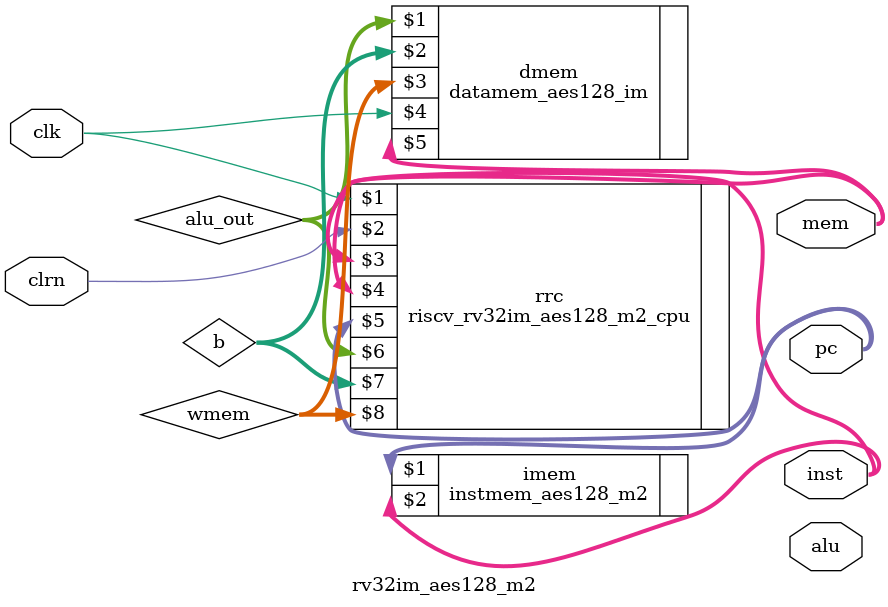
<source format=v>
module rv32im_aes128_m2 (clk, clrn, inst, pc, alu, mem);
  input         clk, clrn;           // clk: 50MHz
  output [31:0] inst, pc, alu, mem;
  wire    [3:0] wmem;
  wire   [31:0] alu_out, b;
  
  riscv_rv32im_aes128_m2_cpu rrc (clk, clrn, inst, mem, pc, alu_out, b, wmem);
  
  instmem_aes128_m2 imem (pc,inst);
  
  datamem_aes128_im dmem (alu_out, b, wmem, clk, mem);
endmodule
</source>
